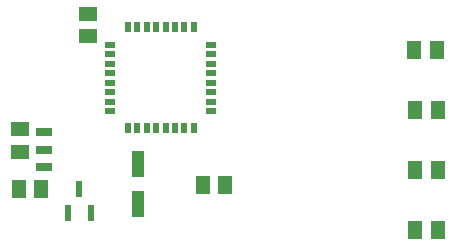
<source format=gbr>
G04 EAGLE Gerber X2 export*
G75*
%MOMM*%
%FSLAX34Y34*%
%LPD*%
%AMOC8*
5,1,8,0,0,1.08239X$1,22.5*%
G01*
%ADD10R,1.300000X1.500000*%
%ADD11R,1.500000X1.300000*%
%ADD12R,1.400000X0.800000*%
%ADD13R,0.540000X0.850000*%
%ADD14R,0.850000X0.540000*%
%ADD15R,0.558800X1.320800*%
%ADD16R,1.000000X2.300000*%


D10*
X47700Y85700D03*
X28700Y85700D03*
D11*
X29500Y136700D03*
X29500Y117700D03*
D12*
X50000Y119400D03*
X50000Y104400D03*
X50000Y134400D03*
D13*
X177000Y222750D03*
X169000Y222750D03*
X161000Y222750D03*
X153000Y222750D03*
X145000Y222750D03*
X137100Y222750D03*
X129100Y222750D03*
X121100Y222750D03*
D14*
X106250Y208000D03*
X106250Y200000D03*
X106250Y192000D03*
X106250Y184000D03*
X106250Y176000D03*
X106250Y168000D03*
X106250Y160000D03*
X106250Y152000D03*
D13*
X121000Y137250D03*
X129000Y137250D03*
X137000Y137250D03*
X145000Y137250D03*
X153000Y137250D03*
X161000Y137250D03*
X169000Y137250D03*
X177000Y137250D03*
D14*
X191750Y152000D03*
X191750Y160000D03*
X191750Y168000D03*
X191750Y176000D03*
X191750Y184000D03*
X191750Y192000D03*
X191750Y200000D03*
X191750Y208000D03*
D11*
X87000Y234500D03*
X87000Y215500D03*
D10*
X364500Y51000D03*
X383500Y51000D03*
X364500Y102000D03*
X383500Y102000D03*
X364500Y153000D03*
X383500Y153000D03*
X363500Y204000D03*
X382500Y204000D03*
D15*
X70348Y65840D03*
X89652Y65840D03*
X80000Y86160D03*
D10*
X184500Y89000D03*
X203500Y89000D03*
D16*
X130000Y73000D03*
X130000Y107250D03*
M02*

</source>
